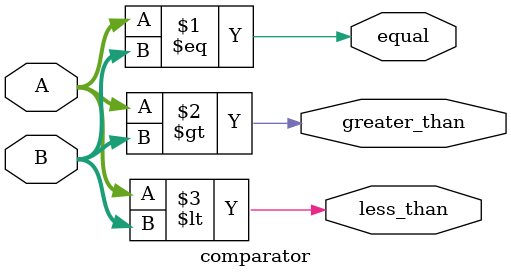
<source format=v>
module comparator (
    input [1:0] A,
    input [1:0] B,
    output equal,
    output greater_than,
    output less_than
);

    assign equal = (A == B);
    assign greater_than = (A > B);
    assign less_than = (A < B);

endmodule
</source>
